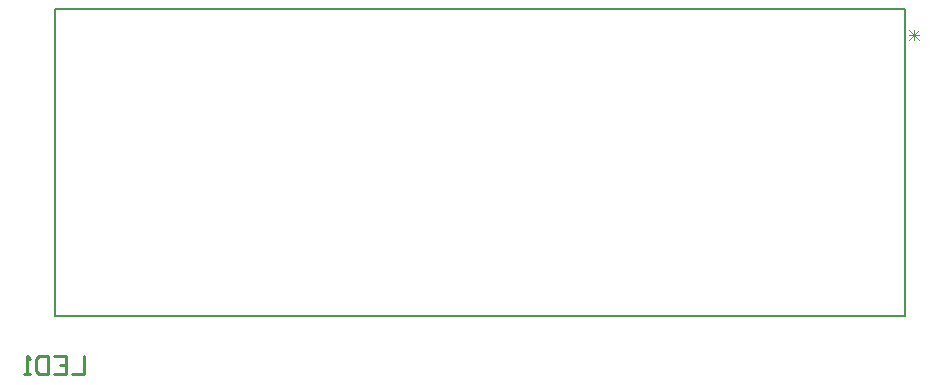
<source format=gbr>
G04*
G04 #@! TF.GenerationSoftware,Altium Limited,Altium Designer,23.2.1 (34)*
G04*
G04 Layer_Color=32896*
%FSLAX25Y25*%
%MOIN*%
G70*
G04*
G04 #@! TF.SameCoordinates,78BCBE2E-08CC-4CAE-8EE4-54C03573570A*
G04*
G04*
G04 #@! TF.FilePolarity,Positive*
G04*
G01*
G75*
%ADD14C,0.01000*%
%ADD46C,0.00600*%
%ADD47C,0.00300*%
D14*
X337997Y368999D02*
Y363001D01*
X333998D01*
X328000Y368999D02*
X331999D01*
Y363001D01*
X328000D01*
X331999Y366000D02*
X329999D01*
X326001Y368999D02*
Y363001D01*
X323002D01*
X322002Y364001D01*
Y367999D01*
X323002Y368999D01*
X326001D01*
X320003Y363001D02*
X318003D01*
X319003D01*
Y368999D01*
X320003Y367999D01*
D46*
X611550Y382330D02*
Y484630D01*
X328450D02*
X611550D01*
X328450Y382330D02*
Y484630D01*
Y382330D02*
X611550D01*
D47*
X616300Y477665D02*
X612968Y474333D01*
X616300D02*
X612968Y477665D01*
X616300Y475999D02*
X612968D01*
X614634Y474333D02*
Y477665D01*
M02*

</source>
